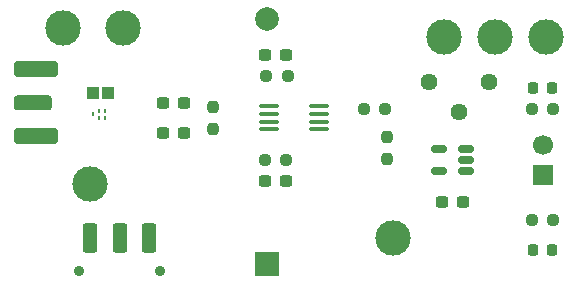
<source format=gbr>
%TF.GenerationSoftware,KiCad,Pcbnew,9.0.5*%
%TF.CreationDate,2025-11-29T16:59:50-06:00*%
%TF.ProjectId,RFIndicator,5246496e-6469-4636-9174-6f722e6b6963,rev?*%
%TF.SameCoordinates,Original*%
%TF.FileFunction,Soldermask,Top*%
%TF.FilePolarity,Negative*%
%FSLAX46Y46*%
G04 Gerber Fmt 4.6, Leading zero omitted, Abs format (unit mm)*
G04 Created by KiCad (PCBNEW 9.0.5) date 2025-11-29 16:59:50*
%MOMM*%
%LPD*%
G01*
G04 APERTURE LIST*
G04 Aperture macros list*
%AMRoundRect*
0 Rectangle with rounded corners*
0 $1 Rounding radius*
0 $2 $3 $4 $5 $6 $7 $8 $9 X,Y pos of 4 corners*
0 Add a 4 corners polygon primitive as box body*
4,1,4,$2,$3,$4,$5,$6,$7,$8,$9,$2,$3,0*
0 Add four circle primitives for the rounded corners*
1,1,$1+$1,$2,$3*
1,1,$1+$1,$4,$5*
1,1,$1+$1,$6,$7*
1,1,$1+$1,$8,$9*
0 Add four rect primitives between the rounded corners*
20,1,$1+$1,$2,$3,$4,$5,0*
20,1,$1+$1,$4,$5,$6,$7,0*
20,1,$1+$1,$6,$7,$8,$9,0*
20,1,$1+$1,$8,$9,$2,$3,0*%
G04 Aperture macros list end*
%ADD10R,0.250000X0.325000*%
%ADD11RoundRect,0.218750X0.218750X0.256250X-0.218750X0.256250X-0.218750X-0.256250X0.218750X-0.256250X0*%
%ADD12R,1.700000X1.700000*%
%ADD13C,1.700000*%
%ADD14RoundRect,0.237500X-0.300000X-0.237500X0.300000X-0.237500X0.300000X0.237500X-0.300000X0.237500X0*%
%ADD15RoundRect,0.237500X0.250000X0.237500X-0.250000X0.237500X-0.250000X-0.237500X0.250000X-0.237500X0*%
%ADD16C,1.440000*%
%ADD17RoundRect,0.150000X0.512500X0.150000X-0.512500X0.150000X-0.512500X-0.150000X0.512500X-0.150000X0*%
%ADD18C,3.000000*%
%ADD19R,1.000000X1.000000*%
%ADD20RoundRect,0.100000X-0.712500X-0.100000X0.712500X-0.100000X0.712500X0.100000X-0.712500X0.100000X0*%
%ADD21C,0.900000*%
%ADD22RoundRect,0.250000X-0.375000X-1.000000X0.375000X-1.000000X0.375000X1.000000X-0.375000X1.000000X0*%
%ADD23RoundRect,0.237500X-0.237500X0.250000X-0.237500X-0.250000X0.237500X-0.250000X0.237500X0.250000X0*%
%ADD24RoundRect,0.237500X0.237500X-0.250000X0.237500X0.250000X-0.237500X0.250000X-0.237500X-0.250000X0*%
%ADD25RoundRect,0.237500X-0.250000X-0.237500X0.250000X-0.237500X0.250000X0.237500X-0.250000X0.237500X0*%
%ADD26RoundRect,0.250000X-1.600000X0.425000X-1.600000X-0.425000X1.600000X-0.425000X1.600000X0.425000X0*%
%ADD27RoundRect,0.250000X-1.350000X0.385000X-1.350000X-0.385000X1.350000X-0.385000X1.350000X0.385000X0*%
%ADD28RoundRect,0.237500X0.300000X0.237500X-0.300000X0.237500X-0.300000X-0.237500X0.300000X-0.237500X0*%
%ADD29R,2.000000X2.000000*%
%ADD30C,2.000000*%
G04 APERTURE END LIST*
D10*
%TO.C,FL1*%
X61476000Y-108645000D03*
X61976000Y-108645000D03*
X61976000Y-109220000D03*
X61476000Y-109220000D03*
X60976000Y-108932500D03*
%TD*%
D11*
%TO.C,D2*%
X99847500Y-120396000D03*
X98272500Y-120396000D03*
%TD*%
D12*
%TO.C,J2*%
X99060000Y-114051000D03*
D13*
X99060000Y-111511000D03*
%TD*%
D11*
%TO.C,D1*%
X99847500Y-106680000D03*
X98272500Y-106680000D03*
%TD*%
D14*
%TO.C,C2*%
X90577500Y-116332000D03*
X92302500Y-116332000D03*
%TD*%
D15*
%TO.C,R1*%
X99972500Y-108458000D03*
X98147500Y-108458000D03*
%TD*%
D16*
%TO.C,RV1*%
X94488000Y-106212000D03*
X91948000Y-108752000D03*
X89408000Y-106212000D03*
%TD*%
D15*
%TO.C,R2*%
X99972500Y-117856000D03*
X98147500Y-117856000D03*
%TD*%
D17*
%TO.C,U1*%
X92577500Y-113726000D03*
X92577500Y-112776000D03*
X92577500Y-111826000D03*
X90302500Y-111826000D03*
X90302500Y-113726000D03*
%TD*%
D18*
%TO.C,TP5*%
X99314000Y-102362000D03*
%TD*%
%TO.C,TP4*%
X90678000Y-102362000D03*
%TD*%
%TO.C,TP6*%
X94996000Y-102362000D03*
%TD*%
%TO.C,TP7*%
X58420000Y-101600000D03*
%TD*%
%TO.C,TP3*%
X86360000Y-119380000D03*
%TD*%
%TO.C,TP2*%
X63500000Y-101600000D03*
%TD*%
%TO.C,TP1*%
X60706000Y-114808000D03*
%TD*%
D19*
%TO.C,TP9*%
X62246000Y-107154500D03*
%TD*%
%TO.C,TP8*%
X60976000Y-107154500D03*
%TD*%
D20*
%TO.C,U2*%
X75865500Y-108245000D03*
X75865500Y-108895000D03*
X75865500Y-109545000D03*
X75865500Y-110195000D03*
X80090500Y-110195000D03*
X80090500Y-109545000D03*
X80090500Y-108895000D03*
X80090500Y-108245000D03*
%TD*%
D21*
%TO.C,SW1*%
X59846000Y-122174000D03*
X66646000Y-122174000D03*
D22*
X60746000Y-119424000D03*
X63246000Y-119424000D03*
X65746000Y-119424000D03*
%TD*%
D23*
%TO.C,R7*%
X71120000Y-108307500D03*
X71120000Y-110132500D03*
%TD*%
D24*
%TO.C,R6*%
X85852000Y-112672500D03*
X85852000Y-110847500D03*
%TD*%
D25*
%TO.C,R5*%
X83923500Y-108458000D03*
X85748500Y-108458000D03*
%TD*%
D15*
%TO.C,R4*%
X77366500Y-112776000D03*
X75541500Y-112776000D03*
%TD*%
%TO.C,R3*%
X77470000Y-105664000D03*
X75645000Y-105664000D03*
%TD*%
D26*
%TO.C,J1*%
X56130000Y-105125000D03*
X56130000Y-110775000D03*
D27*
X55880000Y-107950000D03*
%TD*%
D14*
%TO.C,C5*%
X75591500Y-114554000D03*
X77316500Y-114554000D03*
%TD*%
%TO.C,C4*%
X68680500Y-110490000D03*
X66955500Y-110490000D03*
%TD*%
%TO.C,C3*%
X66955500Y-107950000D03*
X68680500Y-107950000D03*
%TD*%
D28*
%TO.C,C1*%
X77316500Y-103886000D03*
X75591500Y-103886000D03*
%TD*%
D29*
%TO.C,BT1*%
X75692000Y-121638000D03*
D30*
X75692000Y-100838000D03*
%TD*%
M02*

</source>
